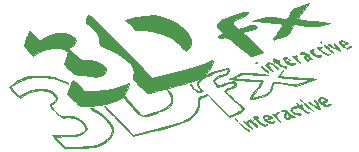
<source format=gbr>
%TF.GenerationSoftware,KiCad,Pcbnew,(5.1.6)-1*%
%TF.CreationDate,2022-09-19T12:58:48-04:00*%
%TF.ProjectId,3dfx-sli-1slot,33646678-2d73-46c6-992d-31736c6f742e,rev?*%
%TF.SameCoordinates,Original*%
%TF.FileFunction,Legend,Top*%
%TF.FilePolarity,Positive*%
%FSLAX46Y46*%
G04 Gerber Fmt 4.6, Leading zero omitted, Abs format (unit mm)*
G04 Created by KiCad (PCBNEW (5.1.6)-1) date 2022-09-19 12:58:48*
%MOMM*%
%LPD*%
G01*
G04 APERTURE LIST*
%ADD10C,0.010000*%
%ADD11C,0.120000*%
G04 APERTURE END LIST*
D10*
%TO.C,G\u002A\u002A\u002A*%
G36*
X162200867Y-92676587D02*
G01*
X161711087Y-93345000D01*
X162287943Y-93419323D01*
X162686747Y-93465700D01*
X163182264Y-93516406D01*
X163668570Y-93560613D01*
X163677600Y-93561367D01*
X164490400Y-93629086D01*
X163880800Y-93818359D01*
X163483985Y-93912482D01*
X163064794Y-93944264D01*
X162574678Y-93912094D01*
X161965088Y-93814361D01*
X161613036Y-93743104D01*
X161464319Y-93739364D01*
X161348264Y-93830702D01*
X161225182Y-94057588D01*
X161161721Y-94203330D01*
X161019372Y-94506063D01*
X160871709Y-94682089D01*
X160646900Y-94795093D01*
X160410652Y-94869206D01*
X160075049Y-94969729D01*
X159799518Y-95057408D01*
X159696004Y-95093624D01*
X159654372Y-95058607D01*
X159738209Y-94879494D01*
X159941934Y-94567486D01*
X159997037Y-94489475D01*
X160219437Y-94172162D01*
X160387171Y-93922094D01*
X160472084Y-93781615D01*
X160477200Y-93767262D01*
X160383943Y-93736509D01*
X160136636Y-93699174D01*
X159783979Y-93662246D01*
X159689800Y-93654279D01*
X159223998Y-93614103D01*
X158759838Y-93569978D01*
X158397927Y-93531468D01*
X157893455Y-93472315D01*
X158485498Y-93289134D01*
X158766091Y-93211316D01*
X159024856Y-93168593D01*
X159308337Y-93162085D01*
X159663078Y-93192907D01*
X160135623Y-93262179D01*
X160593685Y-93339749D01*
X160762537Y-93346290D01*
X160883684Y-93265068D01*
X161003813Y-93053481D01*
X161069458Y-92905593D01*
X161187258Y-92653142D01*
X161309154Y-92491717D01*
X161490329Y-92379711D01*
X161785968Y-92275515D01*
X161983496Y-92216424D01*
X162690647Y-92008175D01*
X162200867Y-92676587D01*
G37*
X162200867Y-92676587D02*
X161711087Y-93345000D01*
X162287943Y-93419323D01*
X162686747Y-93465700D01*
X163182264Y-93516406D01*
X163668570Y-93560613D01*
X163677600Y-93561367D01*
X164490400Y-93629086D01*
X163880800Y-93818359D01*
X163483985Y-93912482D01*
X163064794Y-93944264D01*
X162574678Y-93912094D01*
X161965088Y-93814361D01*
X161613036Y-93743104D01*
X161464319Y-93739364D01*
X161348264Y-93830702D01*
X161225182Y-94057588D01*
X161161721Y-94203330D01*
X161019372Y-94506063D01*
X160871709Y-94682089D01*
X160646900Y-94795093D01*
X160410652Y-94869206D01*
X160075049Y-94969729D01*
X159799518Y-95057408D01*
X159696004Y-95093624D01*
X159654372Y-95058607D01*
X159738209Y-94879494D01*
X159941934Y-94567486D01*
X159997037Y-94489475D01*
X160219437Y-94172162D01*
X160387171Y-93922094D01*
X160472084Y-93781615D01*
X160477200Y-93767262D01*
X160383943Y-93736509D01*
X160136636Y-93699174D01*
X159783979Y-93662246D01*
X159689800Y-93654279D01*
X159223998Y-93614103D01*
X158759838Y-93569978D01*
X158397927Y-93531468D01*
X157893455Y-93472315D01*
X158485498Y-93289134D01*
X158766091Y-93211316D01*
X159024856Y-93168593D01*
X159308337Y-93162085D01*
X159663078Y-93192907D01*
X160135623Y-93262179D01*
X160593685Y-93339749D01*
X160762537Y-93346290D01*
X160883684Y-93265068D01*
X161003813Y-93053481D01*
X161069458Y-92905593D01*
X161187258Y-92653142D01*
X161309154Y-92491717D01*
X161490329Y-92379711D01*
X161785968Y-92275515D01*
X161983496Y-92216424D01*
X162690647Y-92008175D01*
X162200867Y-92676587D01*
G36*
X163728400Y-95275400D02*
G01*
X163677600Y-95326200D01*
X163626800Y-95275400D01*
X163677600Y-95224600D01*
X163728400Y-95275400D01*
G37*
X163728400Y-95275400D02*
X163677600Y-95326200D01*
X163626800Y-95275400D01*
X163677600Y-95224600D01*
X163728400Y-95275400D01*
G36*
X165862000Y-95275400D02*
G01*
X165958924Y-95366698D01*
X165963600Y-95382996D01*
X165884992Y-95426635D01*
X165862000Y-95427800D01*
X165764304Y-95349694D01*
X165760400Y-95320203D01*
X165822643Y-95259524D01*
X165862000Y-95275400D01*
G37*
X165862000Y-95275400D02*
X165958924Y-95366698D01*
X165963600Y-95382996D01*
X165884992Y-95426635D01*
X165862000Y-95427800D01*
X165764304Y-95349694D01*
X165760400Y-95320203D01*
X165822643Y-95259524D01*
X165862000Y-95275400D01*
G36*
X165579248Y-95156195D02*
G01*
X165616622Y-95201144D01*
X165523333Y-95216578D01*
X165389551Y-95277856D01*
X165383633Y-95351600D01*
X165500595Y-95451414D01*
X165552051Y-95450682D01*
X165628364Y-95480277D01*
X165614918Y-95518205D01*
X165634797Y-95633980D01*
X165683566Y-95665101D01*
X165738500Y-95714465D01*
X165701910Y-95724578D01*
X165563760Y-95662255D01*
X165374170Y-95499734D01*
X165356490Y-95481251D01*
X165209444Y-95305953D01*
X165201199Y-95214386D01*
X165284628Y-95166867D01*
X165500430Y-95139189D01*
X165579248Y-95156195D01*
G37*
X165579248Y-95156195D02*
X165616622Y-95201144D01*
X165523333Y-95216578D01*
X165389551Y-95277856D01*
X165383633Y-95351600D01*
X165500595Y-95451414D01*
X165552051Y-95450682D01*
X165628364Y-95480277D01*
X165614918Y-95518205D01*
X165634797Y-95633980D01*
X165683566Y-95665101D01*
X165738500Y-95714465D01*
X165701910Y-95724578D01*
X165563760Y-95662255D01*
X165374170Y-95499734D01*
X165356490Y-95481251D01*
X165209444Y-95305953D01*
X165201199Y-95214386D01*
X165284628Y-95166867D01*
X165500430Y-95139189D01*
X165579248Y-95156195D01*
G36*
X164451656Y-95484890D02*
G01*
X164597981Y-95576968D01*
X164736283Y-95696495D01*
X164710974Y-95715353D01*
X164535106Y-95633278D01*
X164439600Y-95580200D01*
X164293402Y-95478190D01*
X164289848Y-95431590D01*
X164293181Y-95431400D01*
X164451656Y-95484890D01*
G37*
X164451656Y-95484890D02*
X164597981Y-95576968D01*
X164736283Y-95696495D01*
X164710974Y-95715353D01*
X164535106Y-95633278D01*
X164439600Y-95580200D01*
X164293402Y-95478190D01*
X164289848Y-95431590D01*
X164293181Y-95431400D01*
X164451656Y-95484890D01*
G36*
X166235774Y-95676036D02*
G01*
X166166800Y-95732600D01*
X165981581Y-95818572D01*
X165912800Y-95831088D01*
X165894625Y-95789163D01*
X165963600Y-95732600D01*
X166148818Y-95646627D01*
X166217600Y-95634111D01*
X166235774Y-95676036D01*
G37*
X166235774Y-95676036D02*
X166166800Y-95732600D01*
X165981581Y-95818572D01*
X165912800Y-95831088D01*
X165894625Y-95789163D01*
X165963600Y-95732600D01*
X166148818Y-95646627D01*
X166217600Y-95634111D01*
X166235774Y-95676036D01*
G36*
X164936128Y-95406060D02*
G01*
X165089735Y-95605258D01*
X165137337Y-95681800D01*
X165262762Y-95901688D01*
X165324340Y-96024359D01*
X165325173Y-96033799D01*
X165230968Y-95987914D01*
X165071413Y-95901519D01*
X164923344Y-95784948D01*
X164908091Y-95704375D01*
X164909285Y-95582338D01*
X164848037Y-95481055D01*
X164784626Y-95355743D01*
X164823523Y-95326200D01*
X164936128Y-95406060D01*
G37*
X164936128Y-95406060D02*
X165089735Y-95605258D01*
X165137337Y-95681800D01*
X165262762Y-95901688D01*
X165324340Y-96024359D01*
X165325173Y-96033799D01*
X165230968Y-95987914D01*
X165071413Y-95901519D01*
X164923344Y-95784948D01*
X164908091Y-95704375D01*
X164909285Y-95582338D01*
X164848037Y-95481055D01*
X164784626Y-95355743D01*
X164823523Y-95326200D01*
X164936128Y-95406060D01*
G36*
X150227020Y-93128395D02*
G01*
X150763545Y-93298864D01*
X151309002Y-93558189D01*
X151801438Y-93894999D01*
X152214190Y-94279575D01*
X152520594Y-94682197D01*
X152693989Y-95073145D01*
X152707712Y-95422699D01*
X152698755Y-95455953D01*
X152593849Y-95681984D01*
X152442984Y-95893784D01*
X152300458Y-96020562D01*
X152257253Y-96031549D01*
X152161876Y-95960185D01*
X151970689Y-95778998D01*
X151731733Y-95534145D01*
X151058625Y-94966905D01*
X150278409Y-94567394D01*
X149408314Y-94342621D01*
X148681751Y-94293083D01*
X148316001Y-94289881D01*
X148077181Y-94252569D01*
X147889061Y-94151187D01*
X147675414Y-93955775D01*
X147581506Y-93860648D01*
X147151511Y-93422515D01*
X148082782Y-93192406D01*
X148867420Y-93043739D01*
X149559338Y-93021495D01*
X150227020Y-93128395D01*
G37*
X150227020Y-93128395D02*
X150763545Y-93298864D01*
X151309002Y-93558189D01*
X151801438Y-93894999D01*
X152214190Y-94279575D01*
X152520594Y-94682197D01*
X152693989Y-95073145D01*
X152707712Y-95422699D01*
X152698755Y-95455953D01*
X152593849Y-95681984D01*
X152442984Y-95893784D01*
X152300458Y-96020562D01*
X152257253Y-96031549D01*
X152161876Y-95960185D01*
X151970689Y-95778998D01*
X151731733Y-95534145D01*
X151058625Y-94966905D01*
X150278409Y-94567394D01*
X149408314Y-94342621D01*
X148681751Y-94293083D01*
X148316001Y-94289881D01*
X148077181Y-94252569D01*
X147889061Y-94151187D01*
X147675414Y-93955775D01*
X147581506Y-93860648D01*
X147151511Y-93422515D01*
X148082782Y-93192406D01*
X148867420Y-93043739D01*
X149559338Y-93021495D01*
X150227020Y-93128395D01*
G36*
X164102537Y-95592846D02*
G01*
X164293019Y-95735399D01*
X164498362Y-95912949D01*
X164663082Y-96076899D01*
X164731694Y-96178650D01*
X164728699Y-96187567D01*
X164639002Y-96147242D01*
X164446375Y-96007074D01*
X164287200Y-95877045D01*
X164080070Y-95687269D01*
X163976141Y-95562734D01*
X163982400Y-95533889D01*
X164102537Y-95592846D01*
G37*
X164102537Y-95592846D02*
X164293019Y-95735399D01*
X164498362Y-95912949D01*
X164663082Y-96076899D01*
X164731694Y-96178650D01*
X164728699Y-96187567D01*
X164639002Y-96147242D01*
X164446375Y-96007074D01*
X164287200Y-95877045D01*
X164080070Y-95687269D01*
X163976141Y-95562734D01*
X163982400Y-95533889D01*
X164102537Y-95592846D01*
G36*
X163759672Y-95672566D02*
G01*
X163738583Y-95726308D01*
X163718574Y-95739514D01*
X163649787Y-95825782D01*
X163736274Y-95939250D01*
X163827934Y-96009135D01*
X164082577Y-96164918D01*
X164285134Y-96255872D01*
X164429987Y-96307888D01*
X164378511Y-96326554D01*
X164278160Y-96332072D01*
X164069808Y-96279060D01*
X163798861Y-96133877D01*
X163697663Y-96062800D01*
X163442287Y-95859223D01*
X163347303Y-95743234D01*
X163405437Y-95687624D01*
X163591646Y-95666178D01*
X163759672Y-95672566D01*
G37*
X163759672Y-95672566D02*
X163738583Y-95726308D01*
X163718574Y-95739514D01*
X163649787Y-95825782D01*
X163736274Y-95939250D01*
X163827934Y-96009135D01*
X164082577Y-96164918D01*
X164285134Y-96255872D01*
X164429987Y-96307888D01*
X164378511Y-96326554D01*
X164278160Y-96332072D01*
X164069808Y-96279060D01*
X163798861Y-96133877D01*
X163697663Y-96062800D01*
X163442287Y-95859223D01*
X163347303Y-95743234D01*
X163405437Y-95687624D01*
X163591646Y-95666178D01*
X163759672Y-95672566D01*
G36*
X157497068Y-92702753D02*
G01*
X157529103Y-92752210D01*
X157529244Y-92760800D01*
X157464247Y-92925760D01*
X157257475Y-93073826D01*
X156880227Y-93224845D01*
X156837754Y-93238990D01*
X156454767Y-93395260D01*
X156265448Y-93556833D01*
X156260549Y-93739697D01*
X156424340Y-93953600D01*
X156667200Y-94188938D01*
X157350609Y-93981144D01*
X157725051Y-93875094D01*
X157960833Y-93834554D01*
X158110141Y-93855272D01*
X158200955Y-93911896D01*
X158266436Y-93990298D01*
X158226857Y-94059158D01*
X158052492Y-94138104D01*
X157713612Y-94246768D01*
X157677246Y-94257710D01*
X156986600Y-94464979D01*
X157919427Y-95271182D01*
X158271314Y-95585347D01*
X158549565Y-95853218D01*
X158727184Y-96047343D01*
X158777173Y-96140272D01*
X158775727Y-96141864D01*
X158632817Y-96208723D01*
X158374133Y-96296045D01*
X158082085Y-96379425D01*
X157839083Y-96434457D01*
X157756166Y-96443800D01*
X157642203Y-96380625D01*
X157409820Y-96208452D01*
X157092452Y-95953304D01*
X156723533Y-95641205D01*
X156709934Y-95629428D01*
X156287350Y-95271905D01*
X155983137Y-95038444D01*
X155770052Y-94911378D01*
X155620855Y-94873041D01*
X155558380Y-94882654D01*
X155243291Y-94954190D01*
X155067881Y-94914640D01*
X155016430Y-94836887D01*
X155061193Y-94709471D01*
X155183295Y-94647237D01*
X155351316Y-94585642D01*
X155371802Y-94498245D01*
X155240461Y-94342567D01*
X155143200Y-94250501D01*
X154943009Y-94000056D01*
X154913809Y-93769028D01*
X155062511Y-93549991D01*
X155396029Y-93335518D01*
X155921275Y-93118183D01*
X156319105Y-92987083D01*
X156829517Y-92832748D01*
X157176499Y-92737557D01*
X157389275Y-92696047D01*
X157497068Y-92702753D01*
G37*
X157497068Y-92702753D02*
X157529103Y-92752210D01*
X157529244Y-92760800D01*
X157464247Y-92925760D01*
X157257475Y-93073826D01*
X156880227Y-93224845D01*
X156837754Y-93238990D01*
X156454767Y-93395260D01*
X156265448Y-93556833D01*
X156260549Y-93739697D01*
X156424340Y-93953600D01*
X156667200Y-94188938D01*
X157350609Y-93981144D01*
X157725051Y-93875094D01*
X157960833Y-93834554D01*
X158110141Y-93855272D01*
X158200955Y-93911896D01*
X158266436Y-93990298D01*
X158226857Y-94059158D01*
X158052492Y-94138104D01*
X157713612Y-94246768D01*
X157677246Y-94257710D01*
X156986600Y-94464979D01*
X157919427Y-95271182D01*
X158271314Y-95585347D01*
X158549565Y-95853218D01*
X158727184Y-96047343D01*
X158777173Y-96140272D01*
X158775727Y-96141864D01*
X158632817Y-96208723D01*
X158374133Y-96296045D01*
X158082085Y-96379425D01*
X157839083Y-96434457D01*
X157756166Y-96443800D01*
X157642203Y-96380625D01*
X157409820Y-96208452D01*
X157092452Y-95953304D01*
X156723533Y-95641205D01*
X156709934Y-95629428D01*
X156287350Y-95271905D01*
X155983137Y-95038444D01*
X155770052Y-94911378D01*
X155620855Y-94873041D01*
X155558380Y-94882654D01*
X155243291Y-94954190D01*
X155067881Y-94914640D01*
X155016430Y-94836887D01*
X155061193Y-94709471D01*
X155183295Y-94647237D01*
X155351316Y-94585642D01*
X155371802Y-94498245D01*
X155240461Y-94342567D01*
X155143200Y-94250501D01*
X154943009Y-94000056D01*
X154913809Y-93769028D01*
X155062511Y-93549991D01*
X155396029Y-93335518D01*
X155921275Y-93118183D01*
X156319105Y-92987083D01*
X156829517Y-92832748D01*
X157176499Y-92737557D01*
X157389275Y-92696047D01*
X157497068Y-92702753D01*
G36*
X163082451Y-95860746D02*
G01*
X163029999Y-95971177D01*
X163001015Y-96130826D01*
X163111406Y-96292180D01*
X163304376Y-96403963D01*
X163521859Y-96415235D01*
X163685636Y-96408551D01*
X163728400Y-96453311D01*
X163650627Y-96540266D01*
X163458449Y-96538501D01*
X163213579Y-96460653D01*
X162977729Y-96319360D01*
X162946665Y-96293228D01*
X162770720Y-96118227D01*
X162741078Y-96011591D01*
X162814000Y-95939184D01*
X162999098Y-95846058D01*
X163082451Y-95860746D01*
G37*
X163082451Y-95860746D02*
X163029999Y-95971177D01*
X163001015Y-96130826D01*
X163111406Y-96292180D01*
X163304376Y-96403963D01*
X163521859Y-96415235D01*
X163685636Y-96408551D01*
X163728400Y-96453311D01*
X163650627Y-96540266D01*
X163458449Y-96538501D01*
X163213579Y-96460653D01*
X162977729Y-96319360D01*
X162946665Y-96293228D01*
X162770720Y-96118227D01*
X162741078Y-96011591D01*
X162814000Y-95939184D01*
X162999098Y-95846058D01*
X163082451Y-95860746D01*
G36*
X162163947Y-96149350D02*
G01*
X162414268Y-96246051D01*
X162672143Y-96413386D01*
X162716237Y-96450758D01*
X162896571Y-96619178D01*
X162967658Y-96704115D01*
X162948020Y-96703101D01*
X162798600Y-96711449D01*
X162764224Y-96746942D01*
X162606156Y-96844739D01*
X162404699Y-96789284D01*
X162313506Y-96706845D01*
X162265108Y-96587733D01*
X162407600Y-96587733D01*
X162489403Y-96727691D01*
X162568466Y-96748600D01*
X162686961Y-96689525D01*
X162689116Y-96627950D01*
X162587989Y-96493780D01*
X162466245Y-96476721D01*
X162407600Y-96587733D01*
X162265108Y-96587733D01*
X162252091Y-96555697D01*
X162301066Y-96497649D01*
X162409772Y-96370416D01*
X162349076Y-96275867D01*
X162153600Y-96265466D01*
X161964807Y-96272433D01*
X161899600Y-96226510D01*
X161974588Y-96137948D01*
X162163947Y-96149350D01*
G37*
X162163947Y-96149350D02*
X162414268Y-96246051D01*
X162672143Y-96413386D01*
X162716237Y-96450758D01*
X162896571Y-96619178D01*
X162967658Y-96704115D01*
X162948020Y-96703101D01*
X162798600Y-96711449D01*
X162764224Y-96746942D01*
X162606156Y-96844739D01*
X162404699Y-96789284D01*
X162313506Y-96706845D01*
X162265108Y-96587733D01*
X162407600Y-96587733D01*
X162489403Y-96727691D01*
X162568466Y-96748600D01*
X162686961Y-96689525D01*
X162689116Y-96627950D01*
X162587989Y-96493780D01*
X162466245Y-96476721D01*
X162407600Y-96587733D01*
X162265108Y-96587733D01*
X162252091Y-96555697D01*
X162301066Y-96497649D01*
X162409772Y-96370416D01*
X162349076Y-96275867D01*
X162153600Y-96265466D01*
X161964807Y-96272433D01*
X161899600Y-96226510D01*
X161974588Y-96137948D01*
X162163947Y-96149350D01*
G36*
X161645136Y-96417604D02*
G01*
X161626552Y-96507600D01*
X161655333Y-96701021D01*
X161807541Y-96860941D01*
X161947125Y-96989330D01*
X161956529Y-97047808D01*
X161950400Y-97048162D01*
X161820309Y-96984365D01*
X161607274Y-96823616D01*
X161494466Y-96725490D01*
X161325147Y-96555271D01*
X161276610Y-96469228D01*
X161316666Y-96471280D01*
X161461643Y-96484482D01*
X161493200Y-96440611D01*
X161570163Y-96344569D01*
X161591611Y-96342200D01*
X161645136Y-96417604D01*
G37*
X161645136Y-96417604D02*
X161626552Y-96507600D01*
X161655333Y-96701021D01*
X161807541Y-96860941D01*
X161947125Y-96989330D01*
X161956529Y-97047808D01*
X161950400Y-97048162D01*
X161820309Y-96984365D01*
X161607274Y-96823616D01*
X161494466Y-96725490D01*
X161325147Y-96555271D01*
X161276610Y-96469228D01*
X161316666Y-96471280D01*
X161461643Y-96484482D01*
X161493200Y-96440611D01*
X161570163Y-96344569D01*
X161591611Y-96342200D01*
X161645136Y-96417604D01*
G36*
X158309733Y-96985666D02*
G01*
X158295786Y-97046067D01*
X158242000Y-97053400D01*
X158158371Y-97016226D01*
X158174266Y-96985666D01*
X158294842Y-96973507D01*
X158309733Y-96985666D01*
G37*
X158309733Y-96985666D02*
X158295786Y-97046067D01*
X158242000Y-97053400D01*
X158158371Y-97016226D01*
X158174266Y-96985666D01*
X158294842Y-96973507D01*
X158309733Y-96985666D01*
G36*
X160855915Y-96579239D02*
G01*
X160807400Y-96612687D01*
X160693075Y-96746404D01*
X160680400Y-96818736D01*
X160746120Y-96926528D01*
X160831581Y-96915526D01*
X160949752Y-96922669D01*
X160958581Y-96980856D01*
X161029465Y-97067957D01*
X161279878Y-97087413D01*
X161282242Y-97087300D01*
X161495745Y-97091935D01*
X161517533Y-97138056D01*
X161485442Y-97161944D01*
X161198431Y-97249276D01*
X160892790Y-97147143D01*
X160720584Y-97019240D01*
X160545733Y-96808001D01*
X160532310Y-96641164D01*
X160676900Y-96556628D01*
X160762596Y-96553421D01*
X160855915Y-96579239D01*
G37*
X160855915Y-96579239D02*
X160807400Y-96612687D01*
X160693075Y-96746404D01*
X160680400Y-96818736D01*
X160746120Y-96926528D01*
X160831581Y-96915526D01*
X160949752Y-96922669D01*
X160958581Y-96980856D01*
X161029465Y-97067957D01*
X161279878Y-97087413D01*
X161282242Y-97087300D01*
X161495745Y-97091935D01*
X161517533Y-97138056D01*
X161485442Y-97161944D01*
X161198431Y-97249276D01*
X160892790Y-97147143D01*
X160720584Y-97019240D01*
X160545733Y-96808001D01*
X160532310Y-96641164D01*
X160676900Y-96556628D01*
X160762596Y-96553421D01*
X160855915Y-96579239D01*
G36*
X159778380Y-96720340D02*
G01*
X159957879Y-96792258D01*
X160033532Y-96780148D01*
X160130440Y-96788557D01*
X160114784Y-96882124D01*
X160148106Y-97036985D01*
X160300755Y-97198253D01*
X160498805Y-97309538D01*
X160668331Y-97314450D01*
X160675932Y-97310161D01*
X160772734Y-97314074D01*
X160782000Y-97352203D01*
X160713680Y-97452517D01*
X160534749Y-97425047D01*
X160284251Y-97279464D01*
X160190928Y-97205800D01*
X159968781Y-97041467D01*
X159800129Y-96955472D01*
X159776733Y-96951800D01*
X159680682Y-96868364D01*
X159664400Y-96779080D01*
X159694299Y-96668539D01*
X159778380Y-96720340D01*
G37*
X159778380Y-96720340D02*
X159957879Y-96792258D01*
X160033532Y-96780148D01*
X160130440Y-96788557D01*
X160114784Y-96882124D01*
X160148106Y-97036985D01*
X160300755Y-97198253D01*
X160498805Y-97309538D01*
X160668331Y-97314450D01*
X160675932Y-97310161D01*
X160772734Y-97314074D01*
X160782000Y-97352203D01*
X160713680Y-97452517D01*
X160534749Y-97425047D01*
X160284251Y-97279464D01*
X160190928Y-97205800D01*
X159968781Y-97041467D01*
X159800129Y-96955472D01*
X159776733Y-96951800D01*
X159680682Y-96868364D01*
X159664400Y-96779080D01*
X159694299Y-96668539D01*
X159778380Y-96720340D01*
G36*
X159657737Y-97122523D02*
G01*
X159848076Y-97287004D01*
X159867600Y-97307400D01*
X160031492Y-97495538D01*
X160046840Y-97549767D01*
X159918014Y-97469994D01*
X159715200Y-97310549D01*
X159549343Y-97154185D01*
X159502623Y-97064816D01*
X159519689Y-97057053D01*
X159657737Y-97122523D01*
G37*
X159657737Y-97122523D02*
X159848076Y-97287004D01*
X159867600Y-97307400D01*
X160031492Y-97495538D01*
X160046840Y-97549767D01*
X159918014Y-97469994D01*
X159715200Y-97310549D01*
X159549343Y-97154185D01*
X159502623Y-97064816D01*
X159519689Y-97057053D01*
X159657737Y-97122523D01*
G36*
X159320207Y-97021140D02*
G01*
X159283634Y-97061536D01*
X159226895Y-97180274D01*
X159298637Y-97331485D01*
X159429643Y-97479885D01*
X159602838Y-97679981D01*
X159630161Y-97755632D01*
X159526731Y-97706377D01*
X159307667Y-97531755D01*
X159255147Y-97485200D01*
X158944288Y-97205800D01*
X159177344Y-97066850D01*
X159324986Y-96987268D01*
X159320207Y-97021140D01*
G37*
X159320207Y-97021140D02*
X159283634Y-97061536D01*
X159226895Y-97180274D01*
X159298637Y-97331485D01*
X159429643Y-97479885D01*
X159602838Y-97679981D01*
X159630161Y-97755632D01*
X159526731Y-97706377D01*
X159307667Y-97531755D01*
X159255147Y-97485200D01*
X158944288Y-97205800D01*
X159177344Y-97066850D01*
X159324986Y-96987268D01*
X159320207Y-97021140D01*
G36*
X158700336Y-97342256D02*
G01*
X158867241Y-97451188D01*
X159046230Y-97605543D01*
X159187904Y-97755948D01*
X159242867Y-97853032D01*
X159224549Y-97866200D01*
X159117603Y-97802640D01*
X158923629Y-97642319D01*
X158827802Y-97554866D01*
X158667270Y-97388250D01*
X158645166Y-97324713D01*
X158700336Y-97342256D01*
G37*
X158700336Y-97342256D02*
X158867241Y-97451188D01*
X159046230Y-97605543D01*
X159187904Y-97755948D01*
X159242867Y-97853032D01*
X159224549Y-97866200D01*
X159117603Y-97802640D01*
X158923629Y-97642319D01*
X158827802Y-97554866D01*
X158667270Y-97388250D01*
X158645166Y-97324713D01*
X158700336Y-97342256D01*
G36*
X139091199Y-94359233D02*
G01*
X139260675Y-94524575D01*
X139456086Y-94742456D01*
X139862837Y-95218314D01*
X140271447Y-94922317D01*
X140780875Y-94642984D01*
X141330564Y-94491965D01*
X141873516Y-94470439D01*
X142362737Y-94579582D01*
X142751230Y-94820573D01*
X142789607Y-94859214D01*
X142954039Y-95133531D01*
X142919892Y-95380921D01*
X142691523Y-95584838D01*
X142585297Y-95635267D01*
X142276952Y-95762988D01*
X142811838Y-96304602D01*
X143095630Y-96582613D01*
X143293975Y-96738901D01*
X143458891Y-96801389D01*
X143642398Y-96797998D01*
X143712030Y-96787802D01*
X144120514Y-96782472D01*
X144550521Y-96873306D01*
X144954431Y-97037365D01*
X145284624Y-97251705D01*
X145493481Y-97493385D01*
X145542000Y-97669422D01*
X145450755Y-97856654D01*
X145218286Y-98025292D01*
X144906484Y-98151013D01*
X144577243Y-98209496D01*
X144292457Y-98176419D01*
X144272000Y-98168488D01*
X144062228Y-98121228D01*
X143731875Y-98087443D01*
X143454953Y-98076540D01*
X143108315Y-98063594D01*
X142875304Y-98011220D01*
X142675004Y-97884092D01*
X142426501Y-97646885D01*
X142393192Y-97613007D01*
X141945277Y-97156615D01*
X142118541Y-96673207D01*
X142233433Y-96342771D01*
X142271896Y-96147308D01*
X142223040Y-96029454D01*
X142075979Y-95931842D01*
X141967082Y-95875217D01*
X141543313Y-95752700D01*
X141024710Y-95746503D01*
X140477494Y-95849038D01*
X139967883Y-96052717D01*
X139856538Y-96117043D01*
X139365560Y-96422252D01*
X138537082Y-95578094D01*
X138755732Y-94969547D01*
X138874588Y-94647082D01*
X138967882Y-94409159D01*
X139011859Y-94313799D01*
X139091199Y-94359233D01*
G37*
X139091199Y-94359233D02*
X139260675Y-94524575D01*
X139456086Y-94742456D01*
X139862837Y-95218314D01*
X140271447Y-94922317D01*
X140780875Y-94642984D01*
X141330564Y-94491965D01*
X141873516Y-94470439D01*
X142362737Y-94579582D01*
X142751230Y-94820573D01*
X142789607Y-94859214D01*
X142954039Y-95133531D01*
X142919892Y-95380921D01*
X142691523Y-95584838D01*
X142585297Y-95635267D01*
X142276952Y-95762988D01*
X142811838Y-96304602D01*
X143095630Y-96582613D01*
X143293975Y-96738901D01*
X143458891Y-96801389D01*
X143642398Y-96797998D01*
X143712030Y-96787802D01*
X144120514Y-96782472D01*
X144550521Y-96873306D01*
X144954431Y-97037365D01*
X145284624Y-97251705D01*
X145493481Y-97493385D01*
X145542000Y-97669422D01*
X145450755Y-97856654D01*
X145218286Y-98025292D01*
X144906484Y-98151013D01*
X144577243Y-98209496D01*
X144292457Y-98176419D01*
X144272000Y-98168488D01*
X144062228Y-98121228D01*
X143731875Y-98087443D01*
X143454953Y-98076540D01*
X143108315Y-98063594D01*
X142875304Y-98011220D01*
X142675004Y-97884092D01*
X142426501Y-97646885D01*
X142393192Y-97613007D01*
X141945277Y-97156615D01*
X142118541Y-96673207D01*
X142233433Y-96342771D01*
X142271896Y-96147308D01*
X142223040Y-96029454D01*
X142075979Y-95931842D01*
X141967082Y-95875217D01*
X141543313Y-95752700D01*
X141024710Y-95746503D01*
X140477494Y-95849038D01*
X139967883Y-96052717D01*
X139856538Y-96117043D01*
X139365560Y-96422252D01*
X138537082Y-95578094D01*
X138755732Y-94969547D01*
X138874588Y-94647082D01*
X138967882Y-94409159D01*
X139011859Y-94313799D01*
X139091199Y-94359233D01*
G36*
X144102507Y-93009443D02*
G01*
X144312232Y-93192130D01*
X144630987Y-93490493D01*
X145042876Y-93889124D01*
X145532003Y-94372614D01*
X146082473Y-94925557D01*
X146678390Y-95532544D01*
X146754954Y-95611112D01*
X149418628Y-98346746D01*
X151417314Y-97846315D01*
X152071253Y-97675268D01*
X152698321Y-97497906D01*
X153256267Y-97327182D01*
X153702844Y-97176051D01*
X153995802Y-97057466D01*
X154005278Y-97052813D01*
X154320455Y-96899042D01*
X154490382Y-96832184D01*
X154551110Y-96847390D01*
X154538688Y-96939807D01*
X154525807Y-96982771D01*
X154369506Y-97375999D01*
X154160028Y-97764045D01*
X153987948Y-98003866D01*
X153873489Y-98169806D01*
X153855420Y-98255326D01*
X153810235Y-98338588D01*
X153765077Y-98359440D01*
X153692847Y-98341100D01*
X153722355Y-98270082D01*
X153746896Y-98187385D01*
X153684040Y-98213122D01*
X153608228Y-98331853D01*
X153620388Y-98376122D01*
X153587493Y-98485741D01*
X153469645Y-98575877D01*
X153295400Y-98723161D01*
X153298750Y-98904402D01*
X153480372Y-99150644D01*
X153482225Y-99152619D01*
X153700850Y-99385335D01*
X153456825Y-99483202D01*
X153288086Y-99522213D01*
X153135028Y-99461801D01*
X152935809Y-99273047D01*
X152882597Y-99214703D01*
X152703787Y-98992056D01*
X152615051Y-98831768D01*
X152617106Y-98789069D01*
X152702180Y-98807390D01*
X152725476Y-98851701D01*
X152882812Y-99134137D01*
X153099423Y-99341919D01*
X153317616Y-99424363D01*
X153370391Y-99418280D01*
X153578961Y-99363738D01*
X153370480Y-99141821D01*
X153195953Y-98880902D01*
X153185212Y-98665603D01*
X153328941Y-98535078D01*
X153446200Y-98458642D01*
X153446141Y-98421274D01*
X153329965Y-98424447D01*
X153104340Y-98494706D01*
X153039552Y-98520632D01*
X152871585Y-98575989D01*
X152551492Y-98669095D01*
X152116626Y-98790099D01*
X151604338Y-98929150D01*
X151051981Y-99076396D01*
X150496909Y-99221985D01*
X149976473Y-99356065D01*
X149528026Y-99468785D01*
X149188920Y-99550294D01*
X148996509Y-99590739D01*
X148972163Y-99593400D01*
X148891328Y-99526166D01*
X148702800Y-99346432D01*
X148440780Y-99087148D01*
X148313043Y-98958400D01*
X148007719Y-98638355D01*
X147917614Y-98526600D01*
X149301200Y-98526600D01*
X149352000Y-98577400D01*
X149402800Y-98526600D01*
X149352000Y-98475800D01*
X149301200Y-98526600D01*
X147917614Y-98526600D01*
X147831939Y-98420340D01*
X147764076Y-98270599D01*
X147782504Y-98155376D01*
X147789798Y-98141719D01*
X147859134Y-97827965D01*
X147760569Y-97467859D01*
X147516695Y-97085771D01*
X147150108Y-96706069D01*
X146683402Y-96353122D01*
X146139170Y-96051301D01*
X145683216Y-95869641D01*
X145236833Y-95691320D01*
X144974948Y-95507618D01*
X144879151Y-95302275D01*
X144891511Y-95170483D01*
X144886408Y-94920646D01*
X144793521Y-94641147D01*
X144793457Y-94641024D01*
X144639713Y-94416178D01*
X144412212Y-94160225D01*
X144162546Y-93922830D01*
X143942306Y-93753659D01*
X143816549Y-93700599D01*
X143788284Y-93619730D01*
X143820223Y-93426871D01*
X143892158Y-93196641D01*
X143983879Y-93003661D01*
X144017706Y-92957839D01*
X144102507Y-93009443D01*
G37*
X144102507Y-93009443D02*
X144312232Y-93192130D01*
X144630987Y-93490493D01*
X145042876Y-93889124D01*
X145532003Y-94372614D01*
X146082473Y-94925557D01*
X146678390Y-95532544D01*
X146754954Y-95611112D01*
X149418628Y-98346746D01*
X151417314Y-97846315D01*
X152071253Y-97675268D01*
X152698321Y-97497906D01*
X153256267Y-97327182D01*
X153702844Y-97176051D01*
X153995802Y-97057466D01*
X154005278Y-97052813D01*
X154320455Y-96899042D01*
X154490382Y-96832184D01*
X154551110Y-96847390D01*
X154538688Y-96939807D01*
X154525807Y-96982771D01*
X154369506Y-97375999D01*
X154160028Y-97764045D01*
X153987948Y-98003866D01*
X153873489Y-98169806D01*
X153855420Y-98255326D01*
X153810235Y-98338588D01*
X153765077Y-98359440D01*
X153692847Y-98341100D01*
X153722355Y-98270082D01*
X153746896Y-98187385D01*
X153684040Y-98213122D01*
X153608228Y-98331853D01*
X153620388Y-98376122D01*
X153587493Y-98485741D01*
X153469645Y-98575877D01*
X153295400Y-98723161D01*
X153298750Y-98904402D01*
X153480372Y-99150644D01*
X153482225Y-99152619D01*
X153700850Y-99385335D01*
X153456825Y-99483202D01*
X153288086Y-99522213D01*
X153135028Y-99461801D01*
X152935809Y-99273047D01*
X152882597Y-99214703D01*
X152703787Y-98992056D01*
X152615051Y-98831768D01*
X152617106Y-98789069D01*
X152702180Y-98807390D01*
X152725476Y-98851701D01*
X152882812Y-99134137D01*
X153099423Y-99341919D01*
X153317616Y-99424363D01*
X153370391Y-99418280D01*
X153578961Y-99363738D01*
X153370480Y-99141821D01*
X153195953Y-98880902D01*
X153185212Y-98665603D01*
X153328941Y-98535078D01*
X153446200Y-98458642D01*
X153446141Y-98421274D01*
X153329965Y-98424447D01*
X153104340Y-98494706D01*
X153039552Y-98520632D01*
X152871585Y-98575989D01*
X152551492Y-98669095D01*
X152116626Y-98790099D01*
X151604338Y-98929150D01*
X151051981Y-99076396D01*
X150496909Y-99221985D01*
X149976473Y-99356065D01*
X149528026Y-99468785D01*
X149188920Y-99550294D01*
X148996509Y-99590739D01*
X148972163Y-99593400D01*
X148891328Y-99526166D01*
X148702800Y-99346432D01*
X148440780Y-99087148D01*
X148313043Y-98958400D01*
X148007719Y-98638355D01*
X147917614Y-98526600D01*
X149301200Y-98526600D01*
X149352000Y-98577400D01*
X149402800Y-98526600D01*
X149352000Y-98475800D01*
X149301200Y-98526600D01*
X147917614Y-98526600D01*
X147831939Y-98420340D01*
X147764076Y-98270599D01*
X147782504Y-98155376D01*
X147789798Y-98141719D01*
X147859134Y-97827965D01*
X147760569Y-97467859D01*
X147516695Y-97085771D01*
X147150108Y-96706069D01*
X146683402Y-96353122D01*
X146139170Y-96051301D01*
X145683216Y-95869641D01*
X145236833Y-95691320D01*
X144974948Y-95507618D01*
X144879151Y-95302275D01*
X144891511Y-95170483D01*
X144886408Y-94920646D01*
X144793521Y-94641147D01*
X144793457Y-94641024D01*
X144639713Y-94416178D01*
X144412212Y-94160225D01*
X144162546Y-93922830D01*
X143942306Y-93753659D01*
X143816549Y-93700599D01*
X143788284Y-93619730D01*
X143820223Y-93426871D01*
X143892158Y-93196641D01*
X143983879Y-93003661D01*
X144017706Y-92957839D01*
X144102507Y-93009443D01*
G36*
X160514990Y-97653171D02*
G01*
X160482024Y-97733541D01*
X160350510Y-97938478D01*
X160254797Y-98030467D01*
X160208268Y-98114053D01*
X160352344Y-98182797D01*
X160674807Y-98234206D01*
X161163438Y-98265782D01*
X161442400Y-98272989D01*
X161919724Y-98288168D01*
X162379395Y-98315526D01*
X162740258Y-98349898D01*
X162814000Y-98360306D01*
X163271200Y-98432951D01*
X161587646Y-99002869D01*
X160657173Y-98843650D01*
X160250974Y-98776708D01*
X159930706Y-98728787D01*
X159741378Y-98706372D01*
X159709460Y-98707116D01*
X159670831Y-98808183D01*
X159592245Y-99039177D01*
X159543703Y-99187000D01*
X159441437Y-99456329D01*
X159314595Y-99619521D01*
X159100194Y-99734255D01*
X158851722Y-99820711D01*
X158300419Y-99986472D01*
X157918250Y-100071348D01*
X157710528Y-100074575D01*
X157682569Y-99995387D01*
X157686448Y-99988462D01*
X157787420Y-99840158D01*
X157972883Y-99585435D01*
X158203178Y-99278738D01*
X158209136Y-99270917D01*
X158425232Y-98979695D01*
X158582029Y-98753853D01*
X158647991Y-98638983D01*
X158648400Y-98635917D01*
X158555868Y-98603754D01*
X158314545Y-98577810D01*
X158013400Y-98564780D01*
X157555223Y-98547557D01*
X157029446Y-98516123D01*
X156667200Y-98487464D01*
X155956000Y-98422768D01*
X156503429Y-98135663D01*
X156758474Y-98007261D01*
X156968764Y-97927677D01*
X157190537Y-97889352D01*
X157480034Y-97884730D01*
X157893495Y-97906252D01*
X158105199Y-97920422D01*
X158545371Y-97956021D01*
X158903548Y-97995554D01*
X159135444Y-98033493D01*
X159199538Y-98057003D01*
X159122487Y-98075528D01*
X158882894Y-98075291D01*
X158520455Y-98057281D01*
X158177225Y-98031468D01*
X157680146Y-97993924D01*
X157331423Y-97983798D01*
X157077607Y-98004712D01*
X156865252Y-98060288D01*
X156688924Y-98132308D01*
X156262933Y-98323400D01*
X156871466Y-98388572D01*
X157343054Y-98428659D01*
X157859331Y-98457444D01*
X158098066Y-98464772D01*
X158435190Y-98480353D01*
X158684555Y-98509645D01*
X158779858Y-98539525D01*
X158754595Y-98645120D01*
X158628350Y-98863407D01*
X158427722Y-99148924D01*
X158408328Y-99174525D01*
X158121917Y-99554147D01*
X157948044Y-99798867D01*
X157873834Y-99933670D01*
X157886415Y-99983535D01*
X157972915Y-99973447D01*
X158000676Y-99965636D01*
X158201215Y-99907783D01*
X158516346Y-99817896D01*
X158763223Y-99747882D01*
X159087842Y-99647191D01*
X159273844Y-99544623D01*
X159379636Y-99388595D01*
X159462960Y-99129913D01*
X159553563Y-98849357D01*
X159636173Y-98663263D01*
X159664346Y-98628233D01*
X159791042Y-98624503D01*
X160067988Y-98652920D01*
X160445786Y-98707801D01*
X160641009Y-98740573D01*
X161088186Y-98813937D01*
X161404001Y-98846195D01*
X161656273Y-98836444D01*
X161912823Y-98783783D01*
X162131803Y-98720745D01*
X162462135Y-98603299D01*
X162593086Y-98510604D01*
X162524082Y-98442301D01*
X162254546Y-98398029D01*
X161783904Y-98377426D01*
X161582100Y-98375755D01*
X161000835Y-98362559D01*
X160539419Y-98327373D01*
X160223313Y-98273436D01*
X160077977Y-98203982D01*
X160071304Y-98183700D01*
X160131503Y-98072697D01*
X160280486Y-97875689D01*
X160330675Y-97815400D01*
X160479636Y-97653170D01*
X160514990Y-97653171D01*
G37*
X160514990Y-97653171D02*
X160482024Y-97733541D01*
X160350510Y-97938478D01*
X160254797Y-98030467D01*
X160208268Y-98114053D01*
X160352344Y-98182797D01*
X160674807Y-98234206D01*
X161163438Y-98265782D01*
X161442400Y-98272989D01*
X161919724Y-98288168D01*
X162379395Y-98315526D01*
X162740258Y-98349898D01*
X162814000Y-98360306D01*
X163271200Y-98432951D01*
X161587646Y-99002869D01*
X160657173Y-98843650D01*
X160250974Y-98776708D01*
X159930706Y-98728787D01*
X159741378Y-98706372D01*
X159709460Y-98707116D01*
X159670831Y-98808183D01*
X159592245Y-99039177D01*
X159543703Y-99187000D01*
X159441437Y-99456329D01*
X159314595Y-99619521D01*
X159100194Y-99734255D01*
X158851722Y-99820711D01*
X158300419Y-99986472D01*
X157918250Y-100071348D01*
X157710528Y-100074575D01*
X157682569Y-99995387D01*
X157686448Y-99988462D01*
X157787420Y-99840158D01*
X157972883Y-99585435D01*
X158203178Y-99278738D01*
X158209136Y-99270917D01*
X158425232Y-98979695D01*
X158582029Y-98753853D01*
X158647991Y-98638983D01*
X158648400Y-98635917D01*
X158555868Y-98603754D01*
X158314545Y-98577810D01*
X158013400Y-98564780D01*
X157555223Y-98547557D01*
X157029446Y-98516123D01*
X156667200Y-98487464D01*
X155956000Y-98422768D01*
X156503429Y-98135663D01*
X156758474Y-98007261D01*
X156968764Y-97927677D01*
X157190537Y-97889352D01*
X157480034Y-97884730D01*
X157893495Y-97906252D01*
X158105199Y-97920422D01*
X158545371Y-97956021D01*
X158903548Y-97995554D01*
X159135444Y-98033493D01*
X159199538Y-98057003D01*
X159122487Y-98075528D01*
X158882894Y-98075291D01*
X158520455Y-98057281D01*
X158177225Y-98031468D01*
X157680146Y-97993924D01*
X157331423Y-97983798D01*
X157077607Y-98004712D01*
X156865252Y-98060288D01*
X156688924Y-98132308D01*
X156262933Y-98323400D01*
X156871466Y-98388572D01*
X157343054Y-98428659D01*
X157859331Y-98457444D01*
X158098066Y-98464772D01*
X158435190Y-98480353D01*
X158684555Y-98509645D01*
X158779858Y-98539525D01*
X158754595Y-98645120D01*
X158628350Y-98863407D01*
X158427722Y-99148924D01*
X158408328Y-99174525D01*
X158121917Y-99554147D01*
X157948044Y-99798867D01*
X157873834Y-99933670D01*
X157886415Y-99983535D01*
X157972915Y-99973447D01*
X158000676Y-99965636D01*
X158201215Y-99907783D01*
X158516346Y-99817896D01*
X158763223Y-99747882D01*
X159087842Y-99647191D01*
X159273844Y-99544623D01*
X159379636Y-99388595D01*
X159462960Y-99129913D01*
X159553563Y-98849357D01*
X159636173Y-98663263D01*
X159664346Y-98628233D01*
X159791042Y-98624503D01*
X160067988Y-98652920D01*
X160445786Y-98707801D01*
X160641009Y-98740573D01*
X161088186Y-98813937D01*
X161404001Y-98846195D01*
X161656273Y-98836444D01*
X161912823Y-98783783D01*
X162131803Y-98720745D01*
X162462135Y-98603299D01*
X162593086Y-98510604D01*
X162524082Y-98442301D01*
X162254546Y-98398029D01*
X161783904Y-98377426D01*
X161582100Y-98375755D01*
X161000835Y-98362559D01*
X160539419Y-98327373D01*
X160223313Y-98273436D01*
X160077977Y-98203982D01*
X160071304Y-98183700D01*
X160131503Y-98072697D01*
X160280486Y-97875689D01*
X160330675Y-97815400D01*
X160479636Y-97653170D01*
X160514990Y-97653171D01*
G36*
X161985501Y-100142498D02*
G01*
X162093718Y-100236943D01*
X162102800Y-100259796D01*
X162054583Y-100301554D01*
X161954196Y-100207984D01*
X161940698Y-100187301D01*
X161928723Y-100117777D01*
X161985501Y-100142498D01*
G37*
X161985501Y-100142498D02*
X162093718Y-100236943D01*
X162102800Y-100259796D01*
X162054583Y-100301554D01*
X161954196Y-100207984D01*
X161940698Y-100187301D01*
X161928723Y-100117777D01*
X161985501Y-100142498D01*
G36*
X163861384Y-99930809D02*
G01*
X163971270Y-99976242D01*
X164189658Y-100122517D01*
X164210611Y-100263759D01*
X164032638Y-100386359D01*
X164016896Y-100392347D01*
X163868666Y-100459864D01*
X163903828Y-100511995D01*
X163980409Y-100543777D01*
X164229161Y-100575473D01*
X164377713Y-100554248D01*
X164514279Y-100526281D01*
X164472865Y-100577277D01*
X164439600Y-100601188D01*
X164246526Y-100692455D01*
X164029019Y-100669453D01*
X163877272Y-100614325D01*
X163591407Y-100440368D01*
X163537420Y-100323706D01*
X163590527Y-100323706D01*
X163729005Y-100378769D01*
X163807602Y-100358559D01*
X164005093Y-100308410D01*
X164053949Y-100304600D01*
X164092001Y-100245640D01*
X164033200Y-100152200D01*
X163840963Y-100015110D01*
X163666974Y-100040718D01*
X163593870Y-100142267D01*
X163590527Y-100323706D01*
X163537420Y-100323706D01*
X163495878Y-100233938D01*
X163566591Y-100046284D01*
X163697770Y-99920127D01*
X163861384Y-99930809D01*
G37*
X163861384Y-99930809D02*
X163971270Y-99976242D01*
X164189658Y-100122517D01*
X164210611Y-100263759D01*
X164032638Y-100386359D01*
X164016896Y-100392347D01*
X163868666Y-100459864D01*
X163903828Y-100511995D01*
X163980409Y-100543777D01*
X164229161Y-100575473D01*
X164377713Y-100554248D01*
X164514279Y-100526281D01*
X164472865Y-100577277D01*
X164439600Y-100601188D01*
X164246526Y-100692455D01*
X164029019Y-100669453D01*
X163877272Y-100614325D01*
X163591407Y-100440368D01*
X163537420Y-100323706D01*
X163590527Y-100323706D01*
X163729005Y-100378769D01*
X163807602Y-100358559D01*
X164005093Y-100308410D01*
X164053949Y-100304600D01*
X164092001Y-100245640D01*
X164033200Y-100152200D01*
X163840963Y-100015110D01*
X163666974Y-100040718D01*
X163593870Y-100142267D01*
X163590527Y-100323706D01*
X163537420Y-100323706D01*
X163495878Y-100233938D01*
X163566591Y-100046284D01*
X163697770Y-99920127D01*
X163861384Y-99930809D01*
G36*
X163209287Y-100201661D02*
G01*
X163338470Y-100385016D01*
X163415784Y-100515615D01*
X163545026Y-100766071D01*
X163609455Y-100932713D01*
X163609276Y-100965590D01*
X163510069Y-100937534D01*
X163293789Y-100825330D01*
X163091022Y-100704724D01*
X162827951Y-100531295D01*
X162653522Y-100397735D01*
X162610800Y-100346926D01*
X162686298Y-100356788D01*
X162875020Y-100452877D01*
X162952992Y-100499513D01*
X163230880Y-100659114D01*
X163358848Y-100695190D01*
X163349766Y-100605824D01*
X163259779Y-100453829D01*
X163154844Y-100259573D01*
X163137299Y-100150655D01*
X163137767Y-100150165D01*
X163209287Y-100201661D01*
G37*
X163209287Y-100201661D02*
X163338470Y-100385016D01*
X163415784Y-100515615D01*
X163545026Y-100766071D01*
X163609455Y-100932713D01*
X163609276Y-100965590D01*
X163510069Y-100937534D01*
X163293789Y-100825330D01*
X163091022Y-100704724D01*
X162827951Y-100531295D01*
X162653522Y-100397735D01*
X162610800Y-100346926D01*
X162686298Y-100356788D01*
X162875020Y-100452877D01*
X162952992Y-100499513D01*
X163230880Y-100659114D01*
X163358848Y-100695190D01*
X163349766Y-100605824D01*
X163259779Y-100453829D01*
X163154844Y-100259573D01*
X163137299Y-100150655D01*
X163137767Y-100150165D01*
X163209287Y-100201661D01*
G36*
X162585400Y-100709915D02*
G01*
X162887955Y-100948558D01*
X163017832Y-101082929D01*
X162991800Y-101115888D01*
X162908743Y-101053345D01*
X162722206Y-100894108D01*
X162560000Y-100750666D01*
X162153600Y-100386956D01*
X162585400Y-100709915D01*
G37*
X162585400Y-100709915D02*
X162887955Y-100948558D01*
X163017832Y-101082929D01*
X162991800Y-101115888D01*
X162908743Y-101053345D01*
X162722206Y-100894108D01*
X162560000Y-100750666D01*
X162153600Y-100386956D01*
X162585400Y-100709915D01*
G36*
X161647180Y-100437164D02*
G01*
X161717349Y-100491146D01*
X161898866Y-100573808D01*
X161995585Y-100562069D01*
X162060599Y-100572528D01*
X162047841Y-100634399D01*
X162077537Y-100788280D01*
X162215367Y-100972157D01*
X162398089Y-101124723D01*
X162562462Y-101184671D01*
X162603278Y-101172848D01*
X162702213Y-101174036D01*
X162712400Y-101213003D01*
X162650267Y-101316203D01*
X162488164Y-101281466D01*
X162262529Y-101121465D01*
X162157778Y-101020161D01*
X161922944Y-100821493D01*
X161745357Y-100788170D01*
X161706970Y-100803232D01*
X161505686Y-100854301D01*
X161426310Y-100844307D01*
X161281146Y-100862487D01*
X161228342Y-100997950D01*
X161295947Y-101175225D01*
X161301005Y-101181460D01*
X161522672Y-101296308D01*
X161759824Y-101299843D01*
X161967197Y-101294966D01*
X162042294Y-101333533D01*
X162038877Y-101341833D01*
X161887503Y-101418700D01*
X161643116Y-101409860D01*
X161390406Y-101328150D01*
X161240924Y-101220905D01*
X161122447Y-101047000D01*
X161155458Y-100906465D01*
X161187931Y-100863964D01*
X161346365Y-100740328D01*
X161430553Y-100721696D01*
X161681618Y-100730127D01*
X161755555Y-100665588D01*
X161683440Y-100533200D01*
X161595679Y-100412945D01*
X161647180Y-100437164D01*
G37*
X161647180Y-100437164D02*
X161717349Y-100491146D01*
X161898866Y-100573808D01*
X161995585Y-100562069D01*
X162060599Y-100572528D01*
X162047841Y-100634399D01*
X162077537Y-100788280D01*
X162215367Y-100972157D01*
X162398089Y-101124723D01*
X162562462Y-101184671D01*
X162603278Y-101172848D01*
X162702213Y-101174036D01*
X162712400Y-101213003D01*
X162650267Y-101316203D01*
X162488164Y-101281466D01*
X162262529Y-101121465D01*
X162157778Y-101020161D01*
X161922944Y-100821493D01*
X161745357Y-100788170D01*
X161706970Y-100803232D01*
X161505686Y-100854301D01*
X161426310Y-100844307D01*
X161281146Y-100862487D01*
X161228342Y-100997950D01*
X161295947Y-101175225D01*
X161301005Y-101181460D01*
X161522672Y-101296308D01*
X161759824Y-101299843D01*
X161967197Y-101294966D01*
X162042294Y-101333533D01*
X162038877Y-101341833D01*
X161887503Y-101418700D01*
X161643116Y-101409860D01*
X161390406Y-101328150D01*
X161240924Y-101220905D01*
X161122447Y-101047000D01*
X161155458Y-100906465D01*
X161187931Y-100863964D01*
X161346365Y-100740328D01*
X161430553Y-100721696D01*
X161681618Y-100730127D01*
X161755555Y-100665588D01*
X161683440Y-100533200D01*
X161595679Y-100412945D01*
X161647180Y-100437164D01*
G36*
X142836709Y-98545810D02*
G01*
X143034516Y-98728246D01*
X143247472Y-98951715D01*
X143678347Y-99427631D01*
X144483173Y-99424577D01*
X145486545Y-99356957D01*
X146376308Y-99166154D01*
X147001272Y-98921256D01*
X147280839Y-98788904D01*
X147416437Y-98748824D01*
X147442303Y-98795654D01*
X147422680Y-98855230D01*
X147336601Y-99081315D01*
X147244066Y-99339400D01*
X147145381Y-99586456D01*
X147059905Y-99745800D01*
X147094307Y-99856678D01*
X147251645Y-100079351D01*
X147508956Y-100384177D01*
X147783409Y-100679802D01*
X148585126Y-101512205D01*
X149311119Y-101311022D01*
X150011765Y-101089236D01*
X150521032Y-100858602D01*
X150850695Y-100605916D01*
X151012527Y-100317974D01*
X151018303Y-99981573D01*
X150879797Y-99583506D01*
X150869884Y-99562954D01*
X150711368Y-99237800D01*
X150918425Y-99491800D01*
X151077086Y-99804846D01*
X151127740Y-100107791D01*
X151057013Y-100451867D01*
X150829976Y-100746255D01*
X150431340Y-101004212D01*
X149845815Y-101238996D01*
X149809200Y-101251071D01*
X149300866Y-101418295D01*
X148939753Y-101521598D01*
X148676918Y-101550067D01*
X148463417Y-101492787D01*
X148250306Y-101338843D01*
X147988642Y-101077321D01*
X147711417Y-100783266D01*
X146913600Y-99942491D01*
X146500011Y-100171912D01*
X146048684Y-100363052D01*
X145464047Y-100525579D01*
X144815515Y-100644795D01*
X144172501Y-100705999D01*
X143954475Y-100711000D01*
X143610325Y-100705364D01*
X143374509Y-100668517D01*
X143177162Y-100570550D01*
X142948420Y-100381554D01*
X142748949Y-100194912D01*
X142203263Y-99678824D01*
X142419690Y-99077312D01*
X142545211Y-98765124D01*
X142657850Y-98547675D01*
X142726358Y-98475800D01*
X142836709Y-98545810D01*
G37*
X142836709Y-98545810D02*
X143034516Y-98728246D01*
X143247472Y-98951715D01*
X143678347Y-99427631D01*
X144483173Y-99424577D01*
X145486545Y-99356957D01*
X146376308Y-99166154D01*
X147001272Y-98921256D01*
X147280839Y-98788904D01*
X147416437Y-98748824D01*
X147442303Y-98795654D01*
X147422680Y-98855230D01*
X147336601Y-99081315D01*
X147244066Y-99339400D01*
X147145381Y-99586456D01*
X147059905Y-99745800D01*
X147094307Y-99856678D01*
X147251645Y-100079351D01*
X147508956Y-100384177D01*
X147783409Y-100679802D01*
X148585126Y-101512205D01*
X149311119Y-101311022D01*
X150011765Y-101089236D01*
X150521032Y-100858602D01*
X150850695Y-100605916D01*
X151012527Y-100317974D01*
X151018303Y-99981573D01*
X150879797Y-99583506D01*
X150869884Y-99562954D01*
X150711368Y-99237800D01*
X150918425Y-99491800D01*
X151077086Y-99804846D01*
X151127740Y-100107791D01*
X151057013Y-100451867D01*
X150829976Y-100746255D01*
X150431340Y-101004212D01*
X149845815Y-101238996D01*
X149809200Y-101251071D01*
X149300866Y-101418295D01*
X148939753Y-101521598D01*
X148676918Y-101550067D01*
X148463417Y-101492787D01*
X148250306Y-101338843D01*
X147988642Y-101077321D01*
X147711417Y-100783266D01*
X146913600Y-99942491D01*
X146500011Y-100171912D01*
X146048684Y-100363052D01*
X145464047Y-100525579D01*
X144815515Y-100644795D01*
X144172501Y-100705999D01*
X143954475Y-100711000D01*
X143610325Y-100705364D01*
X143374509Y-100668517D01*
X143177162Y-100570550D01*
X142948420Y-100381554D01*
X142748949Y-100194912D01*
X142203263Y-99678824D01*
X142419690Y-99077312D01*
X142545211Y-98765124D01*
X142657850Y-98547675D01*
X142726358Y-98475800D01*
X142836709Y-98545810D01*
G36*
X160713681Y-101062620D02*
G01*
X160936333Y-101222551D01*
X160944053Y-101230991D01*
X161163958Y-101428056D01*
X161340800Y-101538657D01*
X161476972Y-101605344D01*
X161423062Y-101607275D01*
X161321961Y-101588693D01*
X161119493Y-101610336D01*
X161045750Y-101687427D01*
X160914637Y-101813025D01*
X160736379Y-101799999D01*
X160610376Y-101662741D01*
X160610079Y-101523800D01*
X160680400Y-101523800D01*
X160743927Y-101689285D01*
X160832800Y-101727000D01*
X160956913Y-101642296D01*
X160985200Y-101523800D01*
X160921672Y-101358314D01*
X160832800Y-101320600D01*
X160708686Y-101405303D01*
X160680400Y-101523800D01*
X160610079Y-101523800D01*
X160609922Y-101450714D01*
X160673742Y-101293504D01*
X160745710Y-101149935D01*
X160674485Y-101118725D01*
X160540451Y-101139886D01*
X160368511Y-101148747D01*
X160333870Y-101102723D01*
X160488810Y-101017622D01*
X160713681Y-101062620D01*
G37*
X160713681Y-101062620D02*
X160936333Y-101222551D01*
X160944053Y-101230991D01*
X161163958Y-101428056D01*
X161340800Y-101538657D01*
X161476972Y-101605344D01*
X161423062Y-101607275D01*
X161321961Y-101588693D01*
X161119493Y-101610336D01*
X161045750Y-101687427D01*
X160914637Y-101813025D01*
X160736379Y-101799999D01*
X160610376Y-101662741D01*
X160610079Y-101523800D01*
X160680400Y-101523800D01*
X160743927Y-101689285D01*
X160832800Y-101727000D01*
X160956913Y-101642296D01*
X160985200Y-101523800D01*
X160921672Y-101358314D01*
X160832800Y-101320600D01*
X160708686Y-101405303D01*
X160680400Y-101523800D01*
X160610079Y-101523800D01*
X160609922Y-101450714D01*
X160673742Y-101293504D01*
X160745710Y-101149935D01*
X160674485Y-101118725D01*
X160540451Y-101139886D01*
X160368511Y-101148747D01*
X160333870Y-101102723D01*
X160488810Y-101017622D01*
X160713681Y-101062620D01*
G36*
X156499101Y-101768098D02*
G01*
X156608174Y-101870398D01*
X156585799Y-101929211D01*
X156571596Y-101930200D01*
X156485661Y-101858035D01*
X156454298Y-101812901D01*
X156442323Y-101743377D01*
X156499101Y-101768098D01*
G37*
X156499101Y-101768098D02*
X156608174Y-101870398D01*
X156585799Y-101929211D01*
X156571596Y-101930200D01*
X156485661Y-101858035D01*
X156454298Y-101812901D01*
X156442323Y-101743377D01*
X156499101Y-101768098D01*
G36*
X160145274Y-101234746D02*
G01*
X160088781Y-101306622D01*
X160014018Y-101363211D01*
X159891095Y-101468474D01*
X159890790Y-101565756D01*
X160021581Y-101725249D01*
X160063110Y-101769611D01*
X160232022Y-101960402D01*
X160261204Y-102019998D01*
X160161663Y-101953469D01*
X159944410Y-101765882D01*
X159833053Y-101663701D01*
X159625910Y-101456328D01*
X159576274Y-101363304D01*
X159655253Y-101368496D01*
X159825820Y-101381993D01*
X159867600Y-101327446D01*
X159951034Y-101234552D01*
X160039418Y-101219000D01*
X160145274Y-101234746D01*
G37*
X160145274Y-101234746D02*
X160088781Y-101306622D01*
X160014018Y-101363211D01*
X159891095Y-101468474D01*
X159890790Y-101565756D01*
X160021581Y-101725249D01*
X160063110Y-101769611D01*
X160232022Y-101960402D01*
X160261204Y-102019998D01*
X160161663Y-101953469D01*
X159944410Y-101765882D01*
X159833053Y-101663701D01*
X159625910Y-101456328D01*
X159576274Y-101363304D01*
X159655253Y-101368496D01*
X159825820Y-101381993D01*
X159867600Y-101327446D01*
X159951034Y-101234552D01*
X160039418Y-101219000D01*
X160145274Y-101234746D01*
G36*
X159164178Y-101452308D02*
G01*
X159391679Y-101541342D01*
X159532560Y-101627537D01*
X159518938Y-101689652D01*
X159334597Y-101775602D01*
X159308800Y-101786259D01*
X159004000Y-101912034D01*
X159277625Y-101981482D01*
X159522814Y-102007755D01*
X159674323Y-101974866D01*
X159749795Y-101957129D01*
X159724901Y-102016101D01*
X159555098Y-102119386D01*
X159297819Y-102100924D01*
X159021898Y-101968809D01*
X158967638Y-101927058D01*
X158794669Y-101714438D01*
X158792792Y-101608466D01*
X158851600Y-101608466D01*
X158925430Y-101754672D01*
X159140794Y-101760242D01*
X159161140Y-101755198D01*
X159296208Y-101677285D01*
X159301661Y-101613849D01*
X159178022Y-101542126D01*
X158999159Y-101527664D01*
X158867849Y-101571691D01*
X158851600Y-101608466D01*
X158792792Y-101608466D01*
X158791658Y-101544529D01*
X158925773Y-101447197D01*
X159164178Y-101452308D01*
G37*
X159164178Y-101452308D02*
X159391679Y-101541342D01*
X159532560Y-101627537D01*
X159518938Y-101689652D01*
X159334597Y-101775602D01*
X159308800Y-101786259D01*
X159004000Y-101912034D01*
X159277625Y-101981482D01*
X159522814Y-102007755D01*
X159674323Y-101974866D01*
X159749795Y-101957129D01*
X159724901Y-102016101D01*
X159555098Y-102119386D01*
X159297819Y-102100924D01*
X159021898Y-101968809D01*
X158967638Y-101927058D01*
X158794669Y-101714438D01*
X158792792Y-101608466D01*
X158851600Y-101608466D01*
X158925430Y-101754672D01*
X159140794Y-101760242D01*
X159161140Y-101755198D01*
X159296208Y-101677285D01*
X159301661Y-101613849D01*
X159178022Y-101542126D01*
X158999159Y-101527664D01*
X158867849Y-101571691D01*
X158851600Y-101608466D01*
X158792792Y-101608466D01*
X158791658Y-101544529D01*
X158925773Y-101447197D01*
X159164178Y-101452308D01*
G36*
X158348622Y-101603230D02*
G01*
X158338754Y-101670885D01*
X158326317Y-101802946D01*
X158439714Y-101978135D01*
X158624893Y-102145081D01*
X158827799Y-102252410D01*
X158961113Y-102262369D01*
X159119637Y-102242136D01*
X159156400Y-102262100D01*
X159072958Y-102326041D01*
X158967905Y-102362192D01*
X158756404Y-102317022D01*
X158454881Y-102099328D01*
X158358305Y-102010803D01*
X158131053Y-101791745D01*
X157978156Y-101638948D01*
X157937200Y-101592360D01*
X158024306Y-101578892D01*
X158186120Y-101574600D01*
X158348622Y-101603230D01*
G37*
X158348622Y-101603230D02*
X158338754Y-101670885D01*
X158326317Y-101802946D01*
X158439714Y-101978135D01*
X158624893Y-102145081D01*
X158827799Y-102252410D01*
X158961113Y-102262369D01*
X159119637Y-102242136D01*
X159156400Y-102262100D01*
X159072958Y-102326041D01*
X158967905Y-102362192D01*
X158756404Y-102317022D01*
X158454881Y-102099328D01*
X158358305Y-102010803D01*
X158131053Y-101791745D01*
X157978156Y-101638948D01*
X157937200Y-101592360D01*
X158024306Y-101578892D01*
X158186120Y-101574600D01*
X158348622Y-101603230D01*
G36*
X157798840Y-101890393D02*
G01*
X157988246Y-102040371D01*
X158175348Y-102225428D01*
X158306274Y-102392459D01*
X158328786Y-102486880D01*
X158234934Y-102453017D01*
X158060364Y-102307312D01*
X157986984Y-102233940D01*
X157786697Y-102043954D01*
X157639602Y-101938075D01*
X157613391Y-101930200D01*
X157529440Y-102000836D01*
X157545380Y-102165752D01*
X157642189Y-102354453D01*
X157759400Y-102471278D01*
X157891440Y-102585148D01*
X157886400Y-102633092D01*
X157754716Y-102571298D01*
X157544094Y-102413189D01*
X157454600Y-102335053D01*
X157267475Y-102149403D01*
X157148203Y-102004288D01*
X157116308Y-101931940D01*
X157191315Y-101964592D01*
X157264934Y-102021952D01*
X157395299Y-102079507D01*
X157464946Y-101983593D01*
X157589593Y-101847000D01*
X157661002Y-101828600D01*
X157798840Y-101890393D01*
G37*
X157798840Y-101890393D02*
X157988246Y-102040371D01*
X158175348Y-102225428D01*
X158306274Y-102392459D01*
X158328786Y-102486880D01*
X158234934Y-102453017D01*
X158060364Y-102307312D01*
X157986984Y-102233940D01*
X157786697Y-102043954D01*
X157639602Y-101938075D01*
X157613391Y-101930200D01*
X157529440Y-102000836D01*
X157545380Y-102165752D01*
X157642189Y-102354453D01*
X157759400Y-102471278D01*
X157891440Y-102585148D01*
X157886400Y-102633092D01*
X157754716Y-102571298D01*
X157544094Y-102413189D01*
X157454600Y-102335053D01*
X157267475Y-102149403D01*
X157148203Y-102004288D01*
X157116308Y-101931940D01*
X157191315Y-101964592D01*
X157264934Y-102021952D01*
X157395299Y-102079507D01*
X157464946Y-101983593D01*
X157589593Y-101847000D01*
X157661002Y-101828600D01*
X157798840Y-101890393D01*
G36*
X157200600Y-102428226D02*
G01*
X157440870Y-102620075D01*
X157597639Y-102759055D01*
X157632400Y-102802337D01*
X157573174Y-102848845D01*
X157408721Y-102748017D01*
X157158876Y-102512674D01*
X157118930Y-102470488D01*
X156768800Y-102096377D01*
X157200600Y-102428226D01*
G37*
X157200600Y-102428226D02*
X157440870Y-102620075D01*
X157597639Y-102759055D01*
X157632400Y-102802337D01*
X157573174Y-102848845D01*
X157408721Y-102748017D01*
X157158876Y-102512674D01*
X157118930Y-102470488D01*
X156768800Y-102096377D01*
X157200600Y-102428226D01*
G36*
X155862112Y-97484446D02*
G01*
X155880443Y-97611917D01*
X155852725Y-97785900D01*
X155764968Y-97956213D01*
X155570608Y-98075988D01*
X155294884Y-98161364D01*
X154908268Y-98283458D01*
X154708275Y-98413625D01*
X154678621Y-98570874D01*
X154786767Y-98754547D01*
X154971515Y-98982495D01*
X155595422Y-98758010D01*
X155979438Y-98635166D01*
X156228474Y-98598138D01*
X156388495Y-98640277D01*
X156392465Y-98642735D01*
X156549479Y-98808175D01*
X156506778Y-98974238D01*
X156267699Y-99133734D01*
X156140546Y-99185827D01*
X155869279Y-99293949D01*
X155687012Y-99381206D01*
X155655116Y-99403216D01*
X155701284Y-99490270D01*
X155873520Y-99677961D01*
X156142432Y-99936075D01*
X156384970Y-100153419D01*
X156717751Y-100452400D01*
X156987414Y-100710688D01*
X157159828Y-100894646D01*
X157204303Y-100960870D01*
X157132646Y-101055547D01*
X156916781Y-101191813D01*
X156603007Y-101340566D01*
X156594703Y-101344029D01*
X155956000Y-101609565D01*
X155028588Y-100692026D01*
X154101177Y-99774487D01*
X153727238Y-99909705D01*
X153480373Y-100024647D01*
X153395439Y-100149663D01*
X153404488Y-100240668D01*
X153405908Y-100611075D01*
X153256888Y-101022164D01*
X152989330Y-101424941D01*
X152635135Y-101770411D01*
X152262491Y-101994519D01*
X152025593Y-102080143D01*
X151632820Y-102203956D01*
X151125315Y-102354392D01*
X150544218Y-102519885D01*
X149930670Y-102688869D01*
X149325813Y-102849779D01*
X148770786Y-102991047D01*
X148409340Y-103077758D01*
X147793952Y-103219927D01*
X146545967Y-101968938D01*
X146143509Y-101560079D01*
X145800789Y-101201463D01*
X145539922Y-100917102D01*
X145383021Y-100731006D01*
X145347841Y-100668091D01*
X145430207Y-100721552D01*
X145627288Y-100900911D01*
X145915500Y-101183192D01*
X146271264Y-101545414D01*
X146587515Y-101876092D01*
X147777329Y-103133952D01*
X149733064Y-102632650D01*
X150370195Y-102464541D01*
X150971775Y-102296992D01*
X151497652Y-102141860D01*
X151907676Y-102010999D01*
X152161697Y-101916267D01*
X152166513Y-101914096D01*
X152676275Y-101595891D01*
X153050893Y-101181527D01*
X153263837Y-100705774D01*
X153302585Y-100425224D01*
X153322785Y-100133012D01*
X153394644Y-99970506D01*
X153565915Y-99864248D01*
X153702783Y-99809626D01*
X154090358Y-99662113D01*
X155023179Y-100580168D01*
X155956000Y-101498224D01*
X156483527Y-101279817D01*
X156783535Y-101149822D01*
X157000588Y-101045046D01*
X157070556Y-101001909D01*
X157024027Y-100915215D01*
X156851498Y-100727809D01*
X156582400Y-100469871D01*
X156339829Y-100252580D01*
X156006722Y-99952736D01*
X155736612Y-99692501D01*
X155563754Y-99505885D01*
X155519070Y-99437725D01*
X155589281Y-99335133D01*
X155807021Y-99208106D01*
X156002921Y-99127727D01*
X156293517Y-99013878D01*
X156420200Y-98929255D01*
X156414116Y-98846139D01*
X156372953Y-98798410D01*
X156268990Y-98728541D01*
X156120496Y-98720192D01*
X155875572Y-98778257D01*
X155584302Y-98872767D01*
X154940000Y-99091471D01*
X154715498Y-98812507D01*
X154573912Y-98612973D01*
X154559908Y-98483238D01*
X154644384Y-98364051D01*
X154834969Y-98232516D01*
X155129154Y-98105670D01*
X155243384Y-98069796D01*
X155541752Y-97948680D01*
X155739225Y-97796858D01*
X155797515Y-97649351D01*
X155766112Y-97591645D01*
X155646869Y-97590818D01*
X155397064Y-97644880D01*
X155075840Y-97735905D01*
X154742338Y-97845968D01*
X154455703Y-97957143D01*
X154296184Y-98037154D01*
X154107023Y-98130174D01*
X154007343Y-98135809D01*
X154050214Y-98060747D01*
X154223672Y-97947061D01*
X154244758Y-97936020D01*
X154495408Y-97828901D01*
X154828432Y-97713974D01*
X155187856Y-97606869D01*
X155517708Y-97523212D01*
X155762015Y-97478633D01*
X155862112Y-97484446D01*
G37*
X155862112Y-97484446D02*
X155880443Y-97611917D01*
X155852725Y-97785900D01*
X155764968Y-97956213D01*
X155570608Y-98075988D01*
X155294884Y-98161364D01*
X154908268Y-98283458D01*
X154708275Y-98413625D01*
X154678621Y-98570874D01*
X154786767Y-98754547D01*
X154971515Y-98982495D01*
X155595422Y-98758010D01*
X155979438Y-98635166D01*
X156228474Y-98598138D01*
X156388495Y-98640277D01*
X156392465Y-98642735D01*
X156549479Y-98808175D01*
X156506778Y-98974238D01*
X156267699Y-99133734D01*
X156140546Y-99185827D01*
X155869279Y-99293949D01*
X155687012Y-99381206D01*
X155655116Y-99403216D01*
X155701284Y-99490270D01*
X155873520Y-99677961D01*
X156142432Y-99936075D01*
X156384970Y-100153419D01*
X156717751Y-100452400D01*
X156987414Y-100710688D01*
X157159828Y-100894646D01*
X157204303Y-100960870D01*
X157132646Y-101055547D01*
X156916781Y-101191813D01*
X156603007Y-101340566D01*
X156594703Y-101344029D01*
X155956000Y-101609565D01*
X155028588Y-100692026D01*
X154101177Y-99774487D01*
X153727238Y-99909705D01*
X153480373Y-100024647D01*
X153395439Y-100149663D01*
X153404488Y-100240668D01*
X153405908Y-100611075D01*
X153256888Y-101022164D01*
X152989330Y-101424941D01*
X152635135Y-101770411D01*
X152262491Y-101994519D01*
X152025593Y-102080143D01*
X151632820Y-102203956D01*
X151125315Y-102354392D01*
X150544218Y-102519885D01*
X149930670Y-102688869D01*
X149325813Y-102849779D01*
X148770786Y-102991047D01*
X148409340Y-103077758D01*
X147793952Y-103219927D01*
X146545967Y-101968938D01*
X146143509Y-101560079D01*
X145800789Y-101201463D01*
X145539922Y-100917102D01*
X145383021Y-100731006D01*
X145347841Y-100668091D01*
X145430207Y-100721552D01*
X145627288Y-100900911D01*
X145915500Y-101183192D01*
X146271264Y-101545414D01*
X146587515Y-101876092D01*
X147777329Y-103133952D01*
X149733064Y-102632650D01*
X150370195Y-102464541D01*
X150971775Y-102296992D01*
X151497652Y-102141860D01*
X151907676Y-102010999D01*
X152161697Y-101916267D01*
X152166513Y-101914096D01*
X152676275Y-101595891D01*
X153050893Y-101181527D01*
X153263837Y-100705774D01*
X153302585Y-100425224D01*
X153322785Y-100133012D01*
X153394644Y-99970506D01*
X153565915Y-99864248D01*
X153702783Y-99809626D01*
X154090358Y-99662113D01*
X155023179Y-100580168D01*
X155956000Y-101498224D01*
X156483527Y-101279817D01*
X156783535Y-101149822D01*
X157000588Y-101045046D01*
X157070556Y-101001909D01*
X157024027Y-100915215D01*
X156851498Y-100727809D01*
X156582400Y-100469871D01*
X156339829Y-100252580D01*
X156006722Y-99952736D01*
X155736612Y-99692501D01*
X155563754Y-99505885D01*
X155519070Y-99437725D01*
X155589281Y-99335133D01*
X155807021Y-99208106D01*
X156002921Y-99127727D01*
X156293517Y-99013878D01*
X156420200Y-98929255D01*
X156414116Y-98846139D01*
X156372953Y-98798410D01*
X156268990Y-98728541D01*
X156120496Y-98720192D01*
X155875572Y-98778257D01*
X155584302Y-98872767D01*
X154940000Y-99091471D01*
X154715498Y-98812507D01*
X154573912Y-98612973D01*
X154559908Y-98483238D01*
X154644384Y-98364051D01*
X154834969Y-98232516D01*
X155129154Y-98105670D01*
X155243384Y-98069796D01*
X155541752Y-97948680D01*
X155739225Y-97796858D01*
X155797515Y-97649351D01*
X155766112Y-97591645D01*
X155646869Y-97590818D01*
X155397064Y-97644880D01*
X155075840Y-97735905D01*
X154742338Y-97845968D01*
X154455703Y-97957143D01*
X154296184Y-98037154D01*
X154107023Y-98130174D01*
X154007343Y-98135809D01*
X154050214Y-98060747D01*
X154223672Y-97947061D01*
X154244758Y-97936020D01*
X154495408Y-97828901D01*
X154828432Y-97713974D01*
X155187856Y-97606869D01*
X155517708Y-97523212D01*
X155762015Y-97478633D01*
X155862112Y-97484446D01*
G36*
X140740040Y-100538406D02*
G01*
X140907365Y-100442646D01*
X141095640Y-100302951D01*
X141249162Y-100136827D01*
X141243523Y-99985597D01*
X141216143Y-99935063D01*
X140904375Y-99607857D01*
X140473629Y-99411715D01*
X139961436Y-99348108D01*
X139405331Y-99418509D01*
X138842848Y-99624390D01*
X138496185Y-99828387D01*
X138206771Y-100027898D01*
X137734185Y-99552809D01*
X137261600Y-99077719D01*
X137515600Y-98878153D01*
X137748942Y-98721514D01*
X138079914Y-98530184D01*
X138320768Y-98404177D01*
X138627992Y-98265951D01*
X138913841Y-98182414D01*
X139249274Y-98140121D01*
X139705251Y-98125621D01*
X139793968Y-98124983D01*
X140470771Y-98163626D01*
X141129378Y-98277179D01*
X141713417Y-98451700D01*
X142166518Y-98673243D01*
X142250552Y-98732660D01*
X142291699Y-98788231D01*
X142164180Y-98756200D01*
X141974846Y-98680064D01*
X141008054Y-98347489D01*
X140095836Y-98202166D01*
X139512941Y-98211140D01*
X138860435Y-98334465D01*
X138211802Y-98566040D01*
X137656870Y-98872390D01*
X137571680Y-98934565D01*
X137466586Y-99029763D01*
X137455267Y-99123732D01*
X137554860Y-99265728D01*
X137763321Y-99485369D01*
X138152880Y-99884315D01*
X138684449Y-99584316D01*
X139191202Y-99371670D01*
X139729861Y-99268430D01*
X140255796Y-99270858D01*
X140724380Y-99375218D01*
X141090985Y-99577770D01*
X141277416Y-99801489D01*
X141342552Y-100097992D01*
X141216909Y-100352170D01*
X141002470Y-100497664D01*
X140741728Y-100616467D01*
X140736102Y-100540162D01*
X140740040Y-100538406D01*
G37*
X140740040Y-100538406D02*
X140907365Y-100442646D01*
X141095640Y-100302951D01*
X141249162Y-100136827D01*
X141243523Y-99985597D01*
X141216143Y-99935063D01*
X140904375Y-99607857D01*
X140473629Y-99411715D01*
X139961436Y-99348108D01*
X139405331Y-99418509D01*
X138842848Y-99624390D01*
X138496185Y-99828387D01*
X138206771Y-100027898D01*
X137734185Y-99552809D01*
X137261600Y-99077719D01*
X137515600Y-98878153D01*
X137748942Y-98721514D01*
X138079914Y-98530184D01*
X138320768Y-98404177D01*
X138627992Y-98265951D01*
X138913841Y-98182414D01*
X139249274Y-98140121D01*
X139705251Y-98125621D01*
X139793968Y-98124983D01*
X140470771Y-98163626D01*
X141129378Y-98277179D01*
X141713417Y-98451700D01*
X142166518Y-98673243D01*
X142250552Y-98732660D01*
X142291699Y-98788231D01*
X142164180Y-98756200D01*
X141974846Y-98680064D01*
X141008054Y-98347489D01*
X140095836Y-98202166D01*
X139512941Y-98211140D01*
X138860435Y-98334465D01*
X138211802Y-98566040D01*
X137656870Y-98872390D01*
X137571680Y-98934565D01*
X137466586Y-99029763D01*
X137455267Y-99123732D01*
X137554860Y-99265728D01*
X137763321Y-99485369D01*
X138152880Y-99884315D01*
X138684449Y-99584316D01*
X139191202Y-99371670D01*
X139729861Y-99268430D01*
X140255796Y-99270858D01*
X140724380Y-99375218D01*
X141090985Y-99577770D01*
X141277416Y-99801489D01*
X141342552Y-100097992D01*
X141216909Y-100352170D01*
X141002470Y-100497664D01*
X140741728Y-100616467D01*
X140736102Y-100540162D01*
X140740040Y-100538406D01*
G36*
X140741728Y-100616467D02*
G01*
X140742629Y-100628681D01*
X140734046Y-100619967D01*
X140741728Y-100616467D01*
G37*
X140741728Y-100616467D02*
X140742629Y-100628681D01*
X140734046Y-100619967D01*
X140741728Y-100616467D01*
G36*
X141215983Y-101109260D02*
G01*
X141482816Y-101370061D01*
X141673900Y-101511495D01*
X141851461Y-101563370D01*
X142077729Y-101555491D01*
X142134712Y-101549322D01*
X142728786Y-101572610D01*
X143245386Y-101781918D01*
X143612072Y-102098661D01*
X143830337Y-102396881D01*
X143876570Y-102629671D01*
X143749236Y-102842148D01*
X143581977Y-102983822D01*
X143414396Y-103084276D01*
X143201177Y-103152360D01*
X142895979Y-103196660D01*
X142452460Y-103225765D01*
X142226278Y-103235064D01*
X141154201Y-103274750D01*
X141595500Y-103730041D01*
X142036800Y-104185333D01*
X143256000Y-104140873D01*
X143864355Y-104109423D01*
X144316327Y-104061665D01*
X144658516Y-103990675D01*
X144932400Y-103891833D01*
X145270234Y-103705719D01*
X145584036Y-103474137D01*
X145825071Y-103239398D01*
X145944602Y-103043815D01*
X145949787Y-103008545D01*
X145975798Y-102822278D01*
X146007541Y-102685522D01*
X145970573Y-102481815D01*
X145801214Y-102202860D01*
X145535121Y-101887647D01*
X145207952Y-101575163D01*
X144855363Y-101304396D01*
X144613131Y-101160868D01*
X144307863Y-100995094D01*
X144150611Y-100887438D01*
X144149355Y-100849865D01*
X144312076Y-100894337D01*
X144479228Y-100960135D01*
X144889210Y-101186897D01*
X145323983Y-101514437D01*
X145709862Y-101881214D01*
X145952178Y-102190314D01*
X146086128Y-102455769D01*
X146105029Y-102695085D01*
X146056383Y-102922491D01*
X145902304Y-103287686D01*
X145635289Y-103590402D01*
X145217519Y-103869276D01*
X145036507Y-103964478D01*
X144810746Y-104063496D01*
X144565058Y-104132985D01*
X144253458Y-104179904D01*
X143829960Y-104211213D01*
X143258507Y-104233566D01*
X141935200Y-104274246D01*
X141443146Y-103711823D01*
X140951093Y-103149400D01*
X141951146Y-103141670D01*
X142691039Y-103108776D01*
X143236644Y-103022339D01*
X143589976Y-102881300D01*
X143753051Y-102684603D01*
X143727886Y-102431190D01*
X143630043Y-102260901D01*
X143251748Y-101897147D01*
X142762293Y-101687268D01*
X142199931Y-101647418D01*
X142181476Y-101649101D01*
X141928246Y-101666300D01*
X141744107Y-101640148D01*
X141572123Y-101542448D01*
X141355354Y-101345006D01*
X141154376Y-101140474D01*
X140887798Y-100845214D01*
X140743296Y-100637732D01*
X140742629Y-100628681D01*
X141215983Y-101109260D01*
G37*
X141215983Y-101109260D02*
X141482816Y-101370061D01*
X141673900Y-101511495D01*
X141851461Y-101563370D01*
X142077729Y-101555491D01*
X142134712Y-101549322D01*
X142728786Y-101572610D01*
X143245386Y-101781918D01*
X143612072Y-102098661D01*
X143830337Y-102396881D01*
X143876570Y-102629671D01*
X143749236Y-102842148D01*
X143581977Y-102983822D01*
X143414396Y-103084276D01*
X143201177Y-103152360D01*
X142895979Y-103196660D01*
X142452460Y-103225765D01*
X142226278Y-103235064D01*
X141154201Y-103274750D01*
X141595500Y-103730041D01*
X142036800Y-104185333D01*
X143256000Y-104140873D01*
X143864355Y-104109423D01*
X144316327Y-104061665D01*
X144658516Y-103990675D01*
X144932400Y-103891833D01*
X145270234Y-103705719D01*
X145584036Y-103474137D01*
X145825071Y-103239398D01*
X145944602Y-103043815D01*
X145949787Y-103008545D01*
X145975798Y-102822278D01*
X146007541Y-102685522D01*
X145970573Y-102481815D01*
X145801214Y-102202860D01*
X145535121Y-101887647D01*
X145207952Y-101575163D01*
X144855363Y-101304396D01*
X144613131Y-101160868D01*
X144307863Y-100995094D01*
X144150611Y-100887438D01*
X144149355Y-100849865D01*
X144312076Y-100894337D01*
X144479228Y-100960135D01*
X144889210Y-101186897D01*
X145323983Y-101514437D01*
X145709862Y-101881214D01*
X145952178Y-102190314D01*
X146086128Y-102455769D01*
X146105029Y-102695085D01*
X146056383Y-102922491D01*
X145902304Y-103287686D01*
X145635289Y-103590402D01*
X145217519Y-103869276D01*
X145036507Y-103964478D01*
X144810746Y-104063496D01*
X144565058Y-104132985D01*
X144253458Y-104179904D01*
X143829960Y-104211213D01*
X143258507Y-104233566D01*
X141935200Y-104274246D01*
X141443146Y-103711823D01*
X140951093Y-103149400D01*
X141951146Y-103141670D01*
X142691039Y-103108776D01*
X143236644Y-103022339D01*
X143589976Y-102881300D01*
X143753051Y-102684603D01*
X143727886Y-102431190D01*
X143630043Y-102260901D01*
X143251748Y-101897147D01*
X142762293Y-101687268D01*
X142199931Y-101647418D01*
X142181476Y-101649101D01*
X141928246Y-101666300D01*
X141744107Y-101640148D01*
X141572123Y-101542448D01*
X141355354Y-101345006D01*
X141154376Y-101140474D01*
X140887798Y-100845214D01*
X140743296Y-100637732D01*
X140742629Y-100628681D01*
X141215983Y-101109260D01*
D11*
X164846000Y-95758000D02*
X164338000Y-95504000D01*
X164338000Y-95504000D02*
X165230968Y-95987914D01*
X160807400Y-96612687D02*
X161056624Y-96776409D01*
X161056624Y-96776409D02*
X160831581Y-96915526D01*
X159549343Y-97154185D02*
X159283634Y-97061536D01*
X159766000Y-97028000D02*
X160020000Y-96901000D01*
X165822643Y-95259524D02*
X165523333Y-95216578D01*
X165628364Y-95480277D02*
X165862000Y-95377000D01*
X165608000Y-95631000D02*
X165862000Y-95758000D01*
X157988000Y-101854000D02*
X158242000Y-101727000D01*
X158242000Y-101727000D02*
X158369000Y-101600000D01*
%TD*%
M02*

</source>
